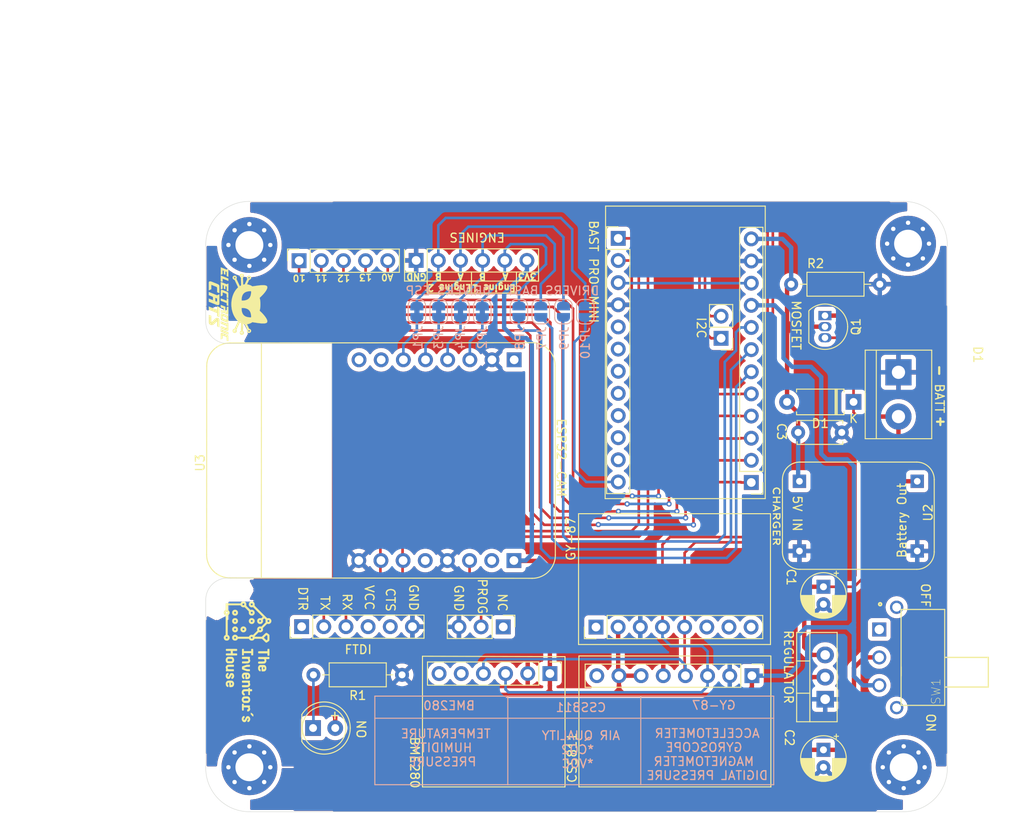
<source format=kicad_pcb>
(kicad_pcb (version 20221018) (generator pcbnew)
  (layers (0 "F.Cu" signal) (31 "B.Cu" signal) (34 "B.Paste" user) (35 "F.Paste" user) (36 "B.SilkS" user "B.Silkscreen") (37 "F.SilkS" user "F.Silkscreen") (38 "B.Mask" user) (39 "F.Mask" user) (44 "Edge.Cuts" user))
  (net 0 "")
  (net 1 "GND")
  (net 2 "+3V3")
  (net 3 "VCC")
  (net 4 "Net-(D2-Pad1)")
  (net 5 "/BATT")
  (net 6 "/SDA")
  (net 7 "/SCL")
  (net 8 "Net-(J3-Pad8)")
  (net 9 "/GPIO12")
  (net 10 "/GPIO4")
  (net 11 "/GPIO15")
  (net 12 "/GPIO14")
  (net 13 "/CTS")
  (net 14 "/RX")
  (net 15 "/TX")
  (net 16 "/DTR")
  (net 17 "/GPIO0")
  (net 18 "/GPIO13")
  (net 19 "/5V")
  (net 20 "/3.3V-5V")
  (net 21 "/DRDY")
  (net 22 "/INTA")
  (net 23 "/FSYNC")
  (net 24 "/VCC-IN")
  (net 25 "/9")
  (net 26 "/8")
  (net 27 "/7")
  (net 28 "/6")
  (net 29 "/5")
  (net 30 "/4")
  (net 31 "/3")
  (net 32 "/2")
  (net 33 "/RST")
  (net 34 "/A3")
  (net 35 "/A2")
  (net 36 "/A1")
  (net 37 "/A0")
  (net 38 "/13")
  (net 39 "/12")
  (net 40 "/11")
  (net 41 "/10")
  (net 42 "/GPIO14E")
  (net 43 "/GPIO12E")
  (net 44 "/GPIO15E")
  (net 45 "/GPIO13E")
  (net 46 "/SCLE")
  (net 47 "Net-(J2-Pad6)")
  (net 48 "Net-(J2-Pad5)")
  (net 49 "/GPIO2")
  (net 50 "Net-(J6-Pad1)")
  (net 51 "Net-(C2-Pad1)")
  (net 52 "Net-(SW1-Pad1)")
  (net 53 "Net-(J7-Pad4)")
  (net 54 "Net-(C1-Pad1)")
  (footprint "MountingHole:MountingHole_3.2mm_M3_Pad_Via" (layer "F.Cu") (at 105 65.1)
    (fp_text reference "REF**")
    (fp_text value "MountingHole_3.2mm_M3_Pad_Via")
  )
  (footprint "LED_THT:LED_D5.0mm" (layer "F.Cu") (at 112.3 120.5)
    (fp_text reference "D2")
    (fp_text value "ON")
  )
  (footprint "Connector_PinHeader_2.54mm:PinHeader_1x08_P2.54mm_Vertical" (layer "F.Cu") (at 144.73 108.92 90)
    (fp_text reference "J5")
    (fp_text value "GY-87")
  )
  (footprint "Connector_PinHeader_2.54mm:PinHeader_1x08_P2.54mm_Vertical" (layer "F.Cu") (at 162.6 114.5 -90)
    (fp_text reference "J3")
    (fp_text value "CSS811")
  )
  (footprint "Package_TO_SOT_THT:TO-220-3_Vertical" (layer "F.Cu") (at 171 117.2 90)
    (fp_text reference "U1")
    (fp_text value "LD1117A33")
  )
  (footprint "Connector_PinHeader_2.54mm:PinHeader_1x06_P2.54mm_Vertical" (layer "F.Cu") (at 110.99 108.876 90)
    (fp_text reference "J7")
    (fp_text value "FTDI")
  )
  (footprint "MountingHole:MountingHole_3.2mm_M3_Pad_Via" (layer "F.Cu") (at 180 125)
    (fp_text reference "REF**")
    (fp_text value "MountingHole_3.2mm_M3_Pad_Via")
  )
  (footprint "MountingHole:MountingHole_3.2mm_M3_Pad_Via" (layer "F.Cu") (at 105 125)
    (fp_text reference "REF**")
    (fp_text value "MountingHole_3.2mm_M3_Pad_Via")
  )
  (footprint "MountingHole:MountingHole_3.2mm_M3_Pad_Via" (layer "F.Cu") (at 180.5 64.95)
    (fp_text reference "REF**")
    (fp_text value "MountingHole_3.2mm_M3_Pad_Via")
  )
  (footprint "Capacitor_THT:C_Disc_D5.0mm_W2.5mm_P5.00mm" (layer "F.Cu") (at 167.9 86.6)
    (fp_text reference "C3")
    (fp_text value "0.1uf")
  )
  (footprint "Capacitor_THT:CP_Radial_D5.0mm_P2.00mm" (layer "F.Cu") (at 170.8 123 -90)
    (fp_text reference "C2")
    (fp_text value "10uf")
  )
  (footprint "Capacitor_THT:CP_Radial_D5.0mm_P2.00mm" (layer "F.Cu") (at 170.8 104.3 -90)
    (fp_text reference "C1")
    (fp_text value "10uf")
  )
  (footprint "Connector_PinHeader_2.54mm:PinHeader_1x06_P2.54mm_Vertical" (layer "F.Cu") (at 139.445 114.254 -90)
    (fp_text reference "J2")
    (fp_text value "BME280")
  )
  (footprint "Connector_PinHeader_2.54mm:PinHeader_1x12_P2.54mm_Vertical" (layer "F.Cu") (at 162.53 92.34 180)
    (fp_text reference "J10")
    (fp_text value "Analog")
  )
  (footprint "Aesthetics:huntercat_135x74" (layer "F.Cu") (at 104.8 112.9 -90)
    (fp_text reference "G***" hide)
    (fp_text value "LOGO" hide)
  )
  (footprint "Batteries:charger_EC_3.3V_battery" (layer "F.Cu") (at 174.8 96.2 90)
    (fp_text reference "U2")
    (fp_text value "MCP732831CHARGER")
  )
  (footprint "Rf:ESP32-CAM" (layer "F.Cu") (at 124.8 89.8 90)
    (fp_text reference "U3")
    (fp_text value "ESP32-CAM")
  )
  (footprint "Resistor_THT:R_Axial_DIN0207_L6.3mm_D2.5mm_P10.16mm_Horizontal" (layer "F.Cu") (at 122.5 114.4 180)
    (fp_text reference "R1")
    (fp_text value "330")
  )
  (footprint "Connector_PinHeader_2.54mm:PinHeader_1x03_P2.54mm_Vertical" (layer "F.Cu") (at 134.1 108.9 -90)
    (fp_text reference "J6")
    (fp_text value "PROG")
  )
  (footprint "connectors:SW_1825116-1" (layer "F.Cu") (at 177.2 109.2 -90)
    (fp_text reference "SW1")
    (fp_text value "ON Battery")
  )
  (footprint "Connector_PinHeader_2.54mm:PinHeader_1x06_P2.54mm_Vertical" (layer "F.Cu") (at 124.115 66.872 90)
    (fp_text reference "J4")
    (fp_text value "DRIVERS")
  )
  (footprint "Aesthetics:electronic_cats_logo_8x6" (layer "F.Cu") (at 103.7 71.9 -90)
    (fp_text reference "G***" hide)
    (fp_text value "LOGO" hide)
  )
  (footprint "Connector_PinHeader_2.54mm:PinHeader_1x12_P2.54mm_Vertical" (layer "F.Cu") (at 147.28 64.34)
    (fp_text reference "J8")
    (fp_text value "Digital")
  )
  (footprint "Connector_PinSocket_2.54mm:PinSocket_1x05_P2.54mm_Vertical" (layer "F.Cu") (at 110.7 66.9 90)
    (fp_text reference "J11")
    (fp_text value "Bast Pin")
  )
  (footprint "Resistor_THT:R_Axial_DIN0207_L6.3mm_D2.5mm_P10.16mm_Horizontal" (layer "F.Cu") (at 167.1 69.6)
    (fp_text reference "R2")
    (fp_text value "47k")
  )
  (footprint "Connector_PinHeader_2.54mm:PinHeader_1x02_P2.54mm_Vertical" (layer "F.Cu") (at 159.07 75.8 180)
    (fp_text reference "J9")
    (fp_text value "i2c")
  )
  (footprint "TerminalBlock:TerminalBlock_bornier-2_P5.08mm" (layer "F.Cu") (at 179.4 79.7 -90)
    (fp_text reference "J1")
    (fp_text value "BATT")
  )
  (footprint "Diode_THT:D_A-405_P7.62mm_Horizontal" (layer "F.Cu") (at 174.25 83.1 180)
    (fp_text reference "D1")
    (fp_text value "SB260-E3/54")
  )
  (footprint "Package_TO_SOT_THT:TO-92_Inline" (layer "F.Cu") (at 170.975 73.2 -90)
    (fp_text reference "Q1")
    (fp_text value "Q_PMOS_DGS")
  )
  (footprint "Jumper:SolderJumper-2_P1.3mm_Bridged_RoundedPad1.0x1.5mm" (layer "B.Cu") (at 131.7 72.771 90)
    (fp_text reference "JP2")
    (fp_text value "Engine 1A")
  )
  (footprint "Jumper:SolderJumper-2_P1.3mm_Bridged_RoundedPad1.0x1.5mm" (layer "B.Cu") (at 126.7 72.756 90)
    (fp_text reference "JP3")
    (fp_text value "Engine 2A")
  )
  (footprint "Jumper:SolderJumper-2_P1.3mm_Bridged_RoundedPad1.0x1.5mm" (layer "B.Cu") (at 129.2 72.771 90)
    (fp_text reference "JP4")
    (fp_text value "Engine 1B")
  )
  (footprint "Jumper:SolderJumper-2_P1.3mm_Bridged_RoundedPad1.0x1.5mm" (layer "B.Cu") (at 124.2 72.756 90)
    (fp_text reference "JP1")
    (fp_text value "Engine 2B")
  )
  (footprint "Jumper:SolderJumper-2_P1.3mm_Open_RoundedPad1.0x1.5mm" (layer "B.Cu") (at 138.4 72.75 90)
    (fp_text reference "JP7")
    (fp_text value "Engine 1 A")
  )
  (footprint "Jumper:SolderJumper-2_P1.3mm_Open_RoundedPad1.0x1.5mm" (layer "B.Cu") (at 135.9 72.75 90)
    (fp_text reference "JP8")
    (fp_text value "Engine 1B")
  )
  (footprint "Jumper:SolderJumper-2_P1.3mm_Open_RoundedPad1.0x1.5mm" (layer "B.Cu") (at 141 72.75 90)
    (fp_text reference "JP9")
    (fp_text value "Engine 2A")
  )
  (footprint "Jumper:SolderJumper-2_P1.3mm_Open_RoundedPad1.0x1.5mm" (layer "B.Cu") (at 143.5 72.75 90)
    (fp_text reference "JP10")
    (fp_text value "Engine 2B")
  )
  (gr_line (start 165.1 116.84) (end 165.1 127) (stroke (width 0.12)) (layer "B.SilkS"))
  (gr_line (start 134.62 116.84) (end 134.62 127) (stroke (width 0.12)) (layer "B.SilkS"))
  (gr_line (start 165.1 127) (end 134.62 127) (stroke (width 0.12)) (layer "B.SilkS"))
  (gr_line (start 134.62 127) (end 119.38 127) (stroke (width 0.12)) (layer "B.SilkS"))
  (gr_line (start 149.86 116.84) (end 149.86 127) (stroke (width 0.12)) (layer "B.SilkS"))
  (gr_line (start 119.38 119.38) (end 165.1 119.38) (stroke (width 0.12)) (layer "B.SilkS"))
  (gr_line (start 119.38 116.84) (end 165.1 116.84) (stroke (width 0.12)) (layer "B.SilkS"))
  (gr_line (start 119.38 127) (end 119.38 116.84) (stroke (width 0.12)) (layer "B.SilkS"))
  (gr_line (start 141.181 127.254) (end 124.841 127.254) (stroke (width 0.12)) (layer "F.SilkS"))
  (gr_line (start 141.181 112.312) (end 141.181 127.254) (stroke (width 0.12)) (layer "F.SilkS"))
  (gr_line (start 124.841 127.254) (end 124.841 112.268) (stroke (width 0.12)) (layer "F.SilkS"))
  (gr_line (start 124.841 112.268) (end 141.181 112.312) (stroke (width 0.12)) (layer "F.SilkS"))
  (gr_line (start 142.763 112.23) (end 164.763 112.23) (stroke (width 0.12)) (layer "F.SilkS"))
  (gr_line (start 164.773 127.25) (end 164.773 112.25) (stroke (width 0.12)) (layer "F.SilkS"))
  (gr_line (start 142.773 112.25) (end 142.773 127.25) (stroke (width 0.12)) (layer "F.SilkS"))
  (gr_line (start 142.773 127.25) (end 164.773 127.25) (stroke (width 0.12)) (layer "F.SilkS"))
  (gr_line (start 145.78 94.19) (end 164.13 94.19) (stroke (width 0.12)) (layer "F.SilkS"))
  (gr_line (start 164.13 60.64) (end 145.83 60.64) (stroke (width 0.12)) (layer "F.SilkS"))
  (gr_line (start 164.13 94.19) (end 164.13 60.64) (stroke (width 0.12)) (layer "F.SilkS"))
  (gr_line (start 145.83 60.64) (end 145.78 94.19) (stroke (width 0.12)) (layer "F.SilkS"))
  (gr_line (start 142.73 95.92) (end 142.73 110.92) (stroke (width 0.12)) (layer "F.SilkS"))
  (gr_line (start 164.73 110.92) (end 142.73 110.92) (stroke (width 0.12)) (layer "F.SilkS"))
  (gr_line (start 164.73 110.92) (end 164.73 95.92) (stroke (width 0.12)) (layer "F.SilkS"))
  (gr_line (start 164.73 95.92) (end 142.73 95.92) (stroke (width 0.12)) (layer "F.SilkS"))
  (gr_line (start 130.4588 68.1988) (end 130.4588 69.418) (stroke (width 0.12)) (layer "F.SilkS"))
  (gr_line (start 125.3788 68.1988) (end 125.3788 69.418) (stroke (width 0.12)) (layer "F.SilkS"))
  (gr_line (start 122.79 68.2) (end 122.79 69.24) (stroke (width 0.12)) (layer "F.SilkS"))
  (gr_line (start 122.785 66.872) (end 122.78 65.61) (stroke (width 0.12)) (layer "F.SilkS"))
  (gr_line (start 138.145 68.202) (end 138.145 69.2434) (stroke (width 0.12)) (layer "F.SilkS"))
  (gr_line (start 138.145 69.2434) (end 122.79 69.24) (stroke (width 0.12)) (layer "F.SilkS"))
  (gr_line (start 135.615 68.208) (end 135.615 69.418) (stroke (width 0.12)) (layer "F.SilkS"))
  (gr_line (start 135.615 70.62) (end 125.3788 70.62) (stroke (width 0.12)) (layer "F.SilkS"))
  (gr_line (start 125.3788 70.62) (end 125.3788 69.3672) (stroke (width 0.12)) (layer "F.SilkS"))
  (gr_line (start 135.615 69.418) (end 135.615 70.62) (stroke (width 0.12)) (layer "F.SilkS"))
  (gr_line (start 130.4588 69.418) (end 130.45 70.61) (stroke (width 0.12)) (layer "F.SilkS"))
  (gr_line (start 105 60.1) (end 180 60.1) (stroke (width 0.05)) (layer "Edge.Cuts"))
  (gr_line (start 185 65.1) (end 185 125.1) (stroke (width 0.05)) (layer "Edge.Cuts"))
  (gr_line (start 100 125.05) (end 100 105.8) (stroke (width 0.05)) (layer "Edge.Cuts"))
  (gr_arc (start 180 60.1) (mid 183.535534 61.564466) (end 185 65.1) (stroke (width 0.05)) (layer "Edge.Cuts"))
  (gr_arc (start 100 65.1) (mid 101.464466 61.564466) (end 105 60.1) (stroke (width 0.05)) (layer "Edge.Cuts"))
  (gr_arc (start 185 125.1) (mid 183.535534 128.635534) (end 180 130.1) (stroke (width 0.05)) (layer "Edge.Cuts"))
  (gr_arc (start 105 130.10025) (mid 101.446656 128.617989) (end 100 125.05) (stroke (width 0.05)) (layer "Edge.Cuts"))
  (gr_line (start 114.45 76.4) (end 114.45 103.3) (stroke (width 0.05)) (layer "Edge.Cuts"))
  (gr_line (start 102.5 76.4) (end 114.45 76.4) (stroke (width 0.05)) (layer "Edge.Cuts"))
  (gr_line (start 100 73.9) (end 100 65.1) (stroke (width 0.05)) (layer "Edge.Cuts"))
  (gr_line (start 114.45 103.3) (end 102.5 103.3) (stroke (width 0.05)) (layer "Edge.Cuts"))
  (gr_line (start 180 130.1) (end 105 130.1) (stroke (width 0.05)) (layer "Edge.Cuts"))
  (gr_arc (start 102.5 76.4) (mid 100.732233 75.667767) (end 100 73.9) (stroke (width 0.05)) (layer "Edge.Cuts"))
  (gr_arc (start 100 105.8) (mid 100.732233 104.032233) (end 102.5 103.3) (stroke (width 0.05)) (layer "Edge.Cuts"))
  (gr_text "DRIVERS ESP\n" (at 127.8 70.358) (layer "B.SilkS") (effects (font (size 1 1)) (justify mirror)))
  (gr_text "BME280 \n\nTEMPERATURE\n HUMIDITY\n PRESSURE" (at 127.508 121.158) (layer "B.SilkS") (effects (font (size 1 1)) (justify mirror)))
  (gr_text "GY-87  \n\nACCELETOMETER\n GYROSCOPE\n MAGNETOMETER\n DIGITAL PRESSURE " (at 157.48 121.92) (layer "B.SilkS") (effects (font (size 1 1)) (justify mirror)))
  (gr_text "DRIVERS BAST" (at 139.827 70.358) (layer "B.SilkS") (effects (font (size 1 1)) (justify mirror)))
  (gr_text "CSS811\n\nAIR QUALITY\n *CO2\n *VOC\n   " (at 143.002 122.174) (layer "B.SilkS") (effects (font (size 1 1)) (justify mirror)))
  (gr_text "C1\n" (at 167.1 103.2 270) (layer "F.SilkS") (effects (font (size 1 1))))
  (gr_text "BAST PRO-MINI" (at 144.45 68.16 270) (layer "F.SilkS") (effects (font (size 1 1))))
  (gr_text "A" (at 134.34 68.7 180) (layer "F.SilkS") (effects (font (size 0.75 0.75) (thickness 0.18))))
  (gr_text "B" (at 126.67 68.72 180) (layer "F.SilkS") (effects (font (size 0.75 0.75) (thickness 0.18))))
  (gr_text "B" (at 131.72 68.73 180) (layer "F.SilkS") (effects (font (size 0.75 0.75) (thickness 0.18))))
  (gr_text "GND" (at 124.16 68.72 180) (layer "F.SilkS") (effects (font (size 0.75 0.75) (thickness 0.18))))
  (gr_text "A" (at 129.21 68.72 180) (layer "F.SilkS") (effects (font (size 0.75 0.75) (thickness 0.18))))
  (gr_text "3V3" (at 136.83 68.72 180) (layer "F.SilkS") (effects (font (size 0.75 0.75) (thickness 0.1875))))
  (gr_text "BATT\n" (at 184.1 82.7 270) (layer "F.SilkS") (effects (font (size 1 1))))
  (gr_text "MOSFET" (at 167.675 74.3 270) (layer "F.SilkS") (effects (font (size 1 1))))
  (gr_text "ON" (at 183.1 119.9 270) (layer "F.SilkS") (effects (font (size 1 1))))
  (gr_text "D1\n" (at 188.5 77.675 270) (layer "F.SilkS") (effects (font (size 1 1))))
  (gr_text "10" (at 110.7 68.9 180) (layer "F.SilkS") (effects (font (size 0.75 0.75))))
  (gr_text "11" (at 113.2 68.9 180) (layer "F.SilkS") (effects (font (size 0.75 0.75))))
  (gr_text "C3\n" (at 166 86.5 270) (layer "F.SilkS") (effects (font (size 1 1))))
  (gr_text "VCC" (at 118.745 105.537 270) (layer "F.SilkS") (effects (font (size 1 1))))
  (gr_text "TX" (at 113.665 106.172 270) (layer "F.SilkS") (effects (font (size 1 1))))
  (gr_text "GND" (at 129 105.6 270) (layer "F.SilkS") (effects (font (size 1 1))))
  (gr_text "CTS" (at 121.158 105.791 270) (layer "F.SilkS") (effects (font (size 1 1))))
  (gr_text "5V IN" (at 167.8 95.9 270) (layer "F.SilkS") (effects (font (size 1 1))))
  (gr_text "PROG" (at 131.7 105.4 270) (layer "F.SilkS") (effects (font (size 1 1))))
  (gr_text "GND" (at 123.825 105.537 270) (layer "F.SilkS") (effects (font (size 1 1))))
  (gr_text "OFF" (at 182.5 105.3 270) (layer "F.SilkS") (effects (font (size 1 1))))
  (gr_text "ESP32-CAM" (at 140.75 89.5 270) (layer "F.SilkS") (effects (font (size 1 1))))
  (gr_text "REGULATOR" (at 166.8 113.5 270) (layer "F.SilkS") (effects (font (size 1 1))))
  (gr_text "12" (at 115.8 68.9 180) (layer "F.SilkS") (effects (font (size 0.75 0.75))))
  (gr_text "A0" (at 120.8 68.8 180) (layer "F.SilkS") (effects (font (size 0.75 0.75))))
  (gr_text "ENGINES" (at 131.1 64.205 180) (layer "F.SilkS") (effects (font (size 1 1))))
  (gr_text "Engine 1" (at 133 70.02 180) (layer "F.SilkS") (effects (font (size 0.75 0.75) (thickness 0.18))))
  (gr_text "13" (at 118.3 68.8 180) (layer "F.SilkS") (effects (font (size 0.75 0.75))))
  (gr_text "-" (at 184 79.5 90) (layer "F.SilkS") (effects (font (size 1 1) (thickness 0.25))))
  (gr_text "BME280" (at 123.952 124.46 270) (layer "F.SilkS") (effects (font (size 1 1))))
  (gr_text "I2C" (at 156.8 74.6 270) (layer "F.SilkS") (effects (font (size 1 1))))
  (gr_text "DTR" (at 111.125 105.664 270) (layer "F.SilkS") (effects (font (size 1 1))))
  (gr_text "CHARGER" (at 165.4 96.2 270) (layer "F.SilkS") (effects (font (size 0.75 1))))
  (gr_text "RX" (at 116.205 106.045 270) (layer "F.SilkS") (effects (font (size 1 1))))
  (gr_text "NC" (at 134 106.1 270) (layer "F.SilkS") (effects (font (size 1 1))))
  (gr_text "Engine 2" (at 127.93 70 180) (layer "F.SilkS") (effects (font (size 0.75 0.75) (thickness 0.18))))
  (gr_text "C2\n" (at 166.9 121.6 270) (layer "F.SilkS") (effects (font (size 1 1))))
  (gr_text "+" (at 114.8 119) (layer "F.SilkS") (effects (font (size 1 1))))
  (gr_text "+" (at 184.2 85.3) (layer "F.SilkS") (effects (font (size 1 1) (thickness 0.25))))
  (gr_text "Battery Out" (at 179.8 96.7 90) (layer "F.SilkS") (effects (font (size 1 1))))
  (segment (start 139.445 116.345) (end 139.545 116.345) (width 0.5) (layer "F.Cu") (net 2))
  (segment (start 141.8 116.7) (end 146.7 116.7) (width 0.5) (layer "F.Cu") (net 2))
  (segment (start 147.27 114.41) (end 147.36 114.5) (width 0.5) (layer "F.Cu") (net 2))
  (segment (start 147.36 115.702081) (end 147.4 115.742081) (width 0.5) (layer "F.Cu") (net 2))
  (segment (start 147.4 116) (end 147.4 116.1) (width 0.5) (layer "F.Cu") (net 2))
  (segment (start 147.36 114.5) (end 149.9 114.5) (width 0.5) (layer "F.Cu") (net 2))
  (segment (start 114.84 119.227208) (end 114.8 119.187208) (width 0.5) (layer "F.Cu") (net 2))
  (segment (start 139.9 116.7) (end 138.9 116.7) (width 0.5) (layer "F.Cu") (net 2))
  (segment (start 137.908 101.332) (end 135.258 101.332) (width 0.5) (layer "F.Cu") (net 2))
  (segment (start 114.84 120.5) (end 114.84 119.227208) (width 0.5) (layer "F.Cu") (net 2))
  (segment (start 138.9 116.7) (end 138.4 116.7) (width 0.5) (layer "F.Cu") (net 2))
  (segment (start 147.4 116.1) (end 148 116.7) (width 0.5) (layer "F.Cu") (net 2))
  (segment (start 147.27 108.92) (end 147.27 114.41) (width 0.5) (layer "F.Cu") (net 2))
  (segment (start 139.445 114.254) (end 139.445 115.604) (width 0.5) (layer "F.Cu") (net 2))
  (segment (start 148 116.7) (end 161.75 116.7) (width 0.5) (layer "F.Cu") (net 2))
  (segment (start 138.4 116.7) (end 115.4 116.7) (width 0.5) (layer "F.Cu") (net 2))
  (segment (start 115.4 116.7) (end 114.8 117.3) (width 0.5) (layer "F.Cu") (net 2))
  (segment (start 139.445 115.604) (end 139.445 115.655) (width 0.5) (layer "F.Cu") (net 2))
  (segment (start 139.445 114.254) (end 139.445 102.869) (width 0.5) (layer "F.Cu") (net 2))
  (segment (start 147.36 116.04) (end 146.7 116.7) (width 0.5) (layer "F.Cu") (net 2))
  (segment (start 139.445 102.869) (end 137.908 101.332) (width 0.5) (layer "F.Cu") (net 2))
  (segment (start 146.7 116.7) (end 147.4 116.7) (width 0.5) (layer "F.Cu") (net 2))
  (segment (start 139.255 116.345) (end 138.9 116.7) (width 0.5) (layer "F.Cu") (net 2))
  (segment (start 147.36 114.5) (end 147.36 115.702081) (width 0.5) (layer "F.Cu") (net 2))
  (segment (start 162.6 115.85) (end 162.6 114.5) (width 0.5) (layer "F.Cu") (net 2))
  (segment (start 147.4 115.742081) (end 147.4 116) (width 0.5) (layer "F.Cu") (net 2))
  (segment (start 139.445 115.604) (end 139.445 116.345) (width 0.5) (layer "F.Cu") (net 2))
  (segment (start 161.75 116.7) (end 162.6 115.85) (width 0.5) (layer "F.Cu") (net 2))
  (segment (start 147.36 115.702081) (end 147.36 116.04) (width 0.5) (layer "F.Cu") (net 2))
  (segment (start 139.545 116.345) (end 139.9 116.7) (width 0.5) (layer "F.Cu") (net 2))
  (segment (start 147.4 116) (end 147.4 116.7) (width 0.5) (layer "F.Cu") (net 2))
  (segment (start 140.541 116.7) (end 141.3 116.7) (width 0.5) (layer "F.Cu") (net 2))
  (segment (start 141.3 116.7) (end 139.9 116.7) (width 0.5) (layer "F.Cu") (net 2))
  (segment (start 141.3 116.7) (end 141.8 116.7) (width 0.5) (layer "F.Cu") (net 2))
  (segment (start 114.8 119.187208) (end 114.8 117.3) (width 0.5) (layer "F.Cu") (net 2))
  (segment (start 139.445 116.345) (end 139.255 116.345) (width 0.5) (layer "F.Cu") (net 2))
  (segment (start 147.4 116.7) (end 148 116.7) (width 0.5) (layer "F.Cu") (net 2))
  (segment (start 137.3759 100.5841) (end 137.3759 96.3759) (width 0.5) (layer "B.Cu") (net 2))
  (segment (start 165.205 72.02) (end 162.53 72.02) (width 0.5) (layer "B.Cu") (net 2))
  (segment (start 173.55 108.95) (end 173.775 108.95) (width 0.5) (layer "B.Cu") (net 2))
  (segment (start 168.825 108.95) (end 173.55 108.95) (width 0.5) (layer "B.Cu") (net 2))
  (segment (start 174.3 108.425) (end 174.3 90.475) (width 0.5) (layer "B.Cu") (net 2))
  (segment (start 173.55 108.95) (end 174.3 108.95) (width 0.5) (layer "B.Cu") (net 2))
  (segment (start 135.32 101.29) (end 136.67 101.29) (width 0.5) (layer "B.Cu") (net 2))
  (segment (start 177.2 115.6) (end 175.325 115.6) (width 0.5) (layer "B.Cu") (net 2))
  (segment (start 136.67 101.29) (end 137.3759 100.5841) (width 0.5) (layer "B.Cu") (net 2))
  (segment (start 167.925 111.125) (end 167.925 109.85) (width 0.5) (layer "B.Cu") (net 2))
  (segment (start 136.815 66.872) (end 136.815 68.074081) (width 0.5) (layer "B.Cu") (net 2))
  (segment (start 173.775 108.95) (end 174.3 108.425) (width 0.5) (layer "B.Cu") (net 2))
  (segment (start 175.325 115.6) (end 174.3 114.575) (width 0.5) (layer "B.Cu") (net 2))
  (segment (start 174.3 90.475) (end 173.5 89.675) (width 0.5) (layer "B.Cu") (net 2))
  (segment (start 174.3 114.575) (end 174.3 111.325) (width 0.5) (layer "B.Cu") (net 2))
  (segment (start 135.3809 75.7809) (end 135.4809 75.7809) (width 0.5) (layer "B.Cu") (net 2))
  (segment (start 137.3759 76.4159) (end 136.7409 75.7809) (width 0.5) (layer "B.Cu") (net 2))
  (segment (start 167.925 109.85) (end 168.825 108.95) (width 0.5) (layer "B.Cu") (net 2))
  (segment (start 136.815 68.074081) (end 134.2 70.689081) (width 0.5) (layer "B.Cu") (net 2))
  (segment (start 163.23001 71.730047) (end 163.024981 71.525018) (width 0.3) (layer "B.Cu") (net 2))
  (segment (start 137.3759 96.3759) (end 137.3759 76.4159) (width 0.5) (layer "B.Cu") (net 2))
  (segment (start 169.375 79.075) (end 167.225 79.075) (width 0.5) (layer "B.Cu") (net 2))
  (segment (start 136.7409 75.7809) (end 135.4809 75.7809) (width 0.5) (layer "B.Cu") (net 2))
  (segment (start 173.55 108.95) (end 174.3 109.7) (width 0.5) (layer "B.Cu") (net 2))
  (segment (start 174.3 111.325) (end 174.3 108.95) (width 0.5) (layer "B.Cu") (net 2))
  (segment (start 170.55 89.05) (end 170.55 80.25) (width 0.5) (layer "B.Cu") (net 2))
  (segment (start 134.2 74.6) (end 135.3809 75.7809) (width 0.5) (layer "B.Cu") (net 2))
  (segment (start 174.3 108.95) (end 174.3 108.425) (width 0.5) (layer "B.Cu") (net 2))
  (segment (start 166.225 73.04) (end 165.205 72.02) (width 0.5) (layer "B.Cu") (net 2))
  (segment (start 162.6 114.5) (end 166.725 114.5) (width 0.5) (layer "B.Cu") (net 2))
  (segment (start 167.225 79.075) (end 166.225 78.075) (width 0.5) (layer "B.Cu") (net 2))
  (segment (start 170.55 80.25) (end 169.375 79.075) (width 0.5) (layer "B.Cu") (net 2))
  (segment (start 166.225 78.075) (end 166.225 73.04) (width 0.5) (layer "B.Cu") (net 2))
  (segment (start 171.175 89.675) (end 170.55 89.05) (width 0.5) (layer "B.Cu") (net 2))
  (segment (start 174.3 111.325) (end 174.3 109.7) (width 0.5) (layer "B.Cu") (net 2))
  (segment (start 167.925 113.3) (end 167.925 111.125) (width 0.5) (layer "B.Cu") (net 2))
  (segment (start 173.5 89.675) (end 171.175 89.675) (width 0.5) (layer "B.Cu") (net 2))
  (segment (start 134.2 70.9) (end 134.2 74.6) (width 0.5) (layer "B.Cu") (net 2))
  (segment (start 134.2 70.689081) (end 134.2 70.9) (width 0.5) (layer "B.Cu") (net 2))
  (segment (start 166.725 114.5) (end 167.925 113.3) (width 0.5) (layer "B.Cu") (net 2))
  (segment (start 166.64 74.47) (end 166.63 74.48) (width 0.5) (layer "F.Cu") (net 3))
  (segment (start 166.63 83.1) (end 166.63 75.28) (width 0.5) (layer "F.Cu") (net 3))
  (segment (start 167.295 74.47) (end 166.64 74.47) (width 0.5) (layer "F.Cu") (net 3))
  (segment (start 166.63 75.28) (end 166.63 75.135) (width 0.5) (layer "F.Cu") (net 3))
  (segment (start 166.63 70.07) (end 167.1 69.6) (width 0.5) (layer "F.Cu") (net 3))
  (segment (start 167.9 84.37) (end 166.63 83.1) (width 0.5) (layer "F.Cu") (net 3))
  (segment (start 167.295 74.47) (end 167.18 74.47) (width 0.5) (layer "F.Cu") (net 3))
  (segment (start 166.63 75.135) (end 167.295 74.47) (width 0.5) (layer "F.Cu") (net 3))
  (segment (start 167.9 86.6) (end 167.9 84.37) (width 0.5) (layer "F.Cu") (net 3))
  (segment (start 166.63 73.92) (end 166.63 70.07) (width 0.5) (layer "F.Cu") (net 3))
  (segment (start 170.975 74.47) (end 167.295 74.47) (width 0.5) (layer "F.Cu") (net 3))
  (segment (start 166.63 74.48) (end 166.63 73.92) (width 0.5) (layer "F.Cu") (net 3))
  (segment (start 166.63 75.28) (end 166.63 74.48) (width 0.5) (layer "F.Cu") (net 3))
  (segment (start 167.18 74.47) (end 166.63 73.92) (width 0.5) (layer "F.Cu") (net 3))
  (segment (start 167.9 92.05) (end 168.05 92.2) (width 0.5) (layer "B.Cu") (net 3))
  (segment (start 162.53 64.4) (end 166.1 64.4) (width 0.5) (layer "B.Cu") (net 3))
  (segment (start 167.9 86.6) (end 167.9 92.05) (width 0.5) (layer "B.Cu") (net 3))
  (segment (start 167.1 65.4) (end 167.1 69.6) (width 0.5) (layer "B.Cu") (net 3))
  (segment (start 166.1 64.4) (end 167.1 65.4) (width 0.5) (layer "B.Cu") (net 3))
  (segment (start 112.34 120.46) (end 112.3 120.5) (width 0.3) (layer "B.Cu") (net 4))
  (segment (start 112.34 114.4) (end 112.34 120.46) (width 0.3) (layer "B.Cu") (net 4))
  (segment (start 176.475 73.675) (end 176 73.2) (width 0.5) (layer "F.Cu") (net 5))
  (segment (start 179.4 84.78) (end 177.27868 84.78) (width 0.5) (layer "F.Cu") (net 5))
  (segment (start 177.27868 84.78) (end 176.475 83.97632) (width 0.5) (layer "F.Cu") (net 5))
  (segment (start 179.4 91.525) (end 180.075 92.2) (width 0.5) (layer "F.Cu") (net 5))
  (segment (start 180.075 92.2) (end 181.55 92.2) (width 0.5) (layer "F.Cu") (net 5))
  (segment (start 176 73.2) (end 170.975 73.2) (width 0.5) (layer "F.Cu") (net 5))
  (segment (start 176.475 83.97632) (end 176.475 73.675) (width 0.5) (layer "F.Cu") (net 5))
  (segment (start 179.4 84.78) (end 179.4 91.525) (width 0.5) (layer "F.Cu") (net 5))
  (segment (start 164 62.1) (end 163.554542 62.1) (width 0.3) (layer "F.Cu") (net 6))
  (segment (start 157.92 75.8) (end 159.07 75.8) (width 0.3) (layer "F.Cu") (net 6))
  (segment (start 154.89 114.41) (end 154.98 114.5) (width 0.3) (layer "F.Cu") (net 6))
  (segment (start 154.89 108.92) (end 154.89 114.41) (width 0.3) (layer "F.Cu") (net 6))
  (segment (start 163.551542 62.103) (end 157.607 62.103) (width 0.3) (layer "F.Cu") (net 6))
  (segment (start 163.89999 99.20001) (end 165 98.1) (width 0.3) (layer "F.Cu") (net 6))
  (segment (start 165 98.1) (end 165 63.1) (width 0.3) (layer "F.Cu") (net 6))
  (segment (start 165 63.1) (end 164 62.1) (width 0.3) (layer "F.Cu") (net 6))
  (segment (start 154.89 108.92) (end 154.89 100.41) (width 0.3) (layer "F.Cu") (net 6))
  (segment (start 163.554542 62.1) (end 163.551542 62.103) (width 0.3) (layer "F.Cu") (net 6))
  (segment (start 156.591 74.471) (end 157.92 75.8) (width 0.3) (layer "F.Cu") (net 6))
  (segment (start 156.09999 99.20001) (end 163.89999 99.20001) (width 0.3) (layer "F.Cu") (net 6))
  (segment (start 156.591 63.119) (end 156.591 74.471) (width 0.3) (layer "F.Cu") (net 6))
  (segment (start 157.607 62.103) (end 156.591 63.119) (width 0.3) (layer "F.Cu") (net 6))
  (segment (start 154.89 100.41) (end 156.09999 99.20001) (width 0.3) (layer "F.Cu") (net 6))
  (segment (start 154.282081 112.6) (end 132.2 112.6) (width 0.3) (layer "B.Cu") (net 6))
  (segment (start 131.825 112.975) (end 131.825 114.254) (width 0.3) (layer "B.Cu") (net 6))
  (segment (start 154.98 113.297919) (end 154.282081 112.6) (width 0.3) (layer "B.Cu") (net 6))
  (segment (start 132.2 112.6) (end 131.825 112.975) (width 0.3) (layer "B.Cu") (net 6))
  (segment (start 154.98 114.5) (end 154.98 113.297919) (width 0.3) (layer "B.Cu") (net 6))
  (segment (start 157.226 63.5) (end 157.226 72.618081) (width 0.3) (layer "F.Cu") (net 7))
  (segment (start 153.2 98.6) (end 163.651458 98.6) (width 0.3) (layer "F.Cu") (net 7))
  (segment (start 157.226 72.618081) (end 157.867919 73.26) (width 0.3) (layer "F.Cu") (net 7))
  (segment (start 164.39999 97.851468) (end 164.39999 63.67599) (width 0.3) (layer "F.Cu") (net 7))
  (segment (start 163.651458 98.6) (end 164.39999 97.851468) (width 0.3) (layer "F.Cu") (net 7))
  (segment (start 157.988 62.738) (end 157.226 63.5) (width 0.3) (layer "F.Cu") (net 7))
  (segment (start 152.35 108.92) (end 152.35 99.45) (width 0.3) (layer "F.Cu") (net 7))
  (segment (start 152.35 99.45) (end 153.2 98.6) (width 0.3) (layer "F.Cu") (net 7))
  (segment (start 157.867919 73.26) (end 159.07 73.26) (width 0.3) (layer "F.Cu") (net 7))
  (segment (start 164.39999 63.67599) (end 163.462 62.738) (width 0.3) (layer "F.Cu") (net 7))
  (segment (start 163.462 62.738) (end 157.988 62.738) (width 0.3) (layer "F.Cu") (net 7))
  (segment (start 157.52 115.702081) (end 156.822081 116.4) (width 0.3) (layer "B.Cu") (net 7))
  (segment (start 156.822081 116.4) (end 134.7 116.4) (width 0.3) (layer "B.Cu") (net 7))
  (segment (start 134.365 116.065) (end 134.365 114.254) (width 0.3) (layer "B.Cu") (net 7))
  (segment (start 134.7 116.4) (end 134.365 116.065) (width 0.3) (layer "B.Cu") (net 7))
  (segment (start 153.327919 111.1) (end 156.9 111.1) (width 0.3) (layer "B.Cu") (net 7))
  (segment (start 156.9 111.1) (end 157.52 111.72) (width 0.3) (layer "B.Cu") (net 7))
  (segment (start 152.35 110.122081) (end 153.327919 111.1) (width 0.3) (layer "B.Cu") (net 7))
  (segment (start 152.35 108.92) (end 152.35 110.122081) (width 0.3) (layer "B.Cu") (net 7))
  (segment (start 157.52 114.5) (end 157.52 115.702081) (width 0.3) (layer "B.Cu") (net 7))
  (segment (start 157.52 111.72) (end 157.52 114.5) (width 0.3) (layer "B.Cu") (net 7))
  (segment (start 135.9 70.4) (end 139 67.3) (width 0.3) (layer "B.Cu") (net 9))
  (segment (start 134.275 65.675) (end 134.275 66.872) (width 0.3) (layer "B.Cu") (net 9))
  (segment (start 139 65.4) (end 138.6 65) (width 0.3) (layer "B.Cu") (net 9))
  (segment (start 139 67.3) (end 139 65.4) (width 0.3) (layer "B.Cu") (net 9))
  (segment (start 135.9 72.1) (end 135.9 70.4) (width 0.3) (layer "B.Cu") (net 9))
  (segment (start 131.7 72.121) (end 131.7 71.35) (width 0.3) (layer "B.Cu") (net 9))
  (segment (start 131.7 71.35) (end 134.275 68.775) (width 0.3) (layer "B.Cu") (net 9))
  (segment (start 134.275 68.775) (end 134.275 66.872) (width 0.3) (layer "B.Cu") (net 9))
  (segment (start 138.6 65) (end 134.95 65) (width 0.3) (layer "B.Cu") (net 9))
  (segment (start 134.95 65) (end 134.275 65.675) (width 0.3) (layer "B.Cu") (net 9))
  (segment (start 129.195 63.905) (end 129.195 66.872) (width 0.3) (layer "B.Cu") (net 11))
  (segment (start 126.7 72.106) (end 126.7 71.4) (width 0.3) (layer "B.Cu") (net 11))
  (segment (start 130.1 63) (end 129.195 63.905) (width 0.3) (layer "B.Cu") (net 11))
  (segment (start 141 72.1) (end 141 64.2) (width 0.3) (layer "B.Cu") (net 11))
  (segment (start 126.7 71.4) (end 129.195 68.905) (width 0.3) (layer "B.Cu") (net 11))
  (segment (start 139.8 63) (end 130.1 63) (width 0.3) (layer "B.Cu") (net 11))
  (segment (start 141 64.2) (end 139.8 63) (width 0.3) (layer "B.Cu") (net 11))
  (segment (start 129.195 68.905) (end 129.195 66.872) (width 0.3) (layer "B.Cu") (net 11))
  (segment (start 140.7 62) (end 127.5 62) (width 0.3) (layer "B.Cu") (net 12))
  (segment (start 142 68) (end 142 63.3) (width 0.3) (layer "B.Cu") (net 12))
  (segment (start 142 63.3) (end 140.7 62) (width 0.3) (layer "B.Cu") (net 12))
  (segment (start 143.5 72.1) (end 143.5 69.5) (width 0.3) (layer "B.Cu") (net 12))
  (segment (start 126.655 62.845) (end 126.655 66.872) (width 0.3) (layer "B.Cu") (net 12))
  (segment (start 126.655 68.945) (end 126.655 66.872) (width 0.3) (layer "B.Cu") (net 12))
  (segment (start 124.2 71.4) (end 126.655 68.945) (width 0.3) (layer "B.Cu") (net 12))
  (segment (start 124.2 72.106) (end 124.2 71.4) (width 0.3) (layer "B.Cu") (net 12))
  (segment (start 127.5 62) (end 126.655 62.845) (width 0.3) (layer "B.Cu") (net 12))
  (segment (start 143.5 69.5) (end 142 68) (width 0.3) (layer "B.Cu") (net 12))
  (segment (start 150.688 65.002) (end 150.026 64.34) (width 0.3) (layer "F.Cu") (net 14))
  (segment (start 150.688 97.52) (end 150.688 65.002) (width 0.3) (layer "F.Cu") (net 14))
  (segment (start 116.826 106.412) (end 121.508 106.412) (width 0.3) (layer "F.Cu") (net 14))
  (segment (start 122.558 99.342) (end 123.348 98.552) (width 0.3) (layer "F.Cu") (net 14))
  (segment (start 123.348 98.552) (end 149.656 98.552) (width 0.3) (layer "F.Cu") (net 14))
  (segment (start 121.508 106.412) (end 122.558 105.362) (width 0.3) (layer "F.Cu") (net 14))
  (segment (start 149.656 98.552) (end 150.688 97.52) (width 0.3) (layer "F.Cu") (net 14))
  (segment (start 116.07 108.876) (end 116.07 107.168) (width 0.3) (layer "F.Cu") (net 14))
  (segment (start 150.026 64.34) (end 147.28 64.34) (width 0.3) (layer "F.Cu") (net 14))
  (segment (start 122.558 105.362) (end 122.558 99.342) (width 0.3) (layer "F.Cu") (net 14))
  (segment (start 116.07 107.168) (end 116.826 106.412) (width 0.3) (layer "F.Cu") (net 14))
  (segment (start 118.986 105.342) (end 120.018 104.31) (width 0.3) (layer "F.Cu") (net 15))
  (segment (start 149.636 97.084) (end 148.803 97.917) (width 0.3) (layer "F.Cu") (net 15))
  (segment (start 113.53 108.876) (end 113.53 106.194) (width 0.3) (layer "F.Cu") (net 15))
  (segment (start 147.28 66.88) (end 148.776 66.88) (width 0.3) (layer "F.Cu") (net 15))
  (segment (start 149.636 67.74) (end 149.636 97.084) (width 0.3) (layer "F.Cu") (net 15))
  (segment (start 148.776 66.88) (end 149.636 67.74) (width 0.3) (layer "F.Cu") (net 15))
  (segment (start 120.018 99.311) (end 121.412 97.917) (width 0.3) (layer "F.Cu") (net 15))
  (segment (start 121.412 97.917) (end 148.803 97.917) (width 0.3) (layer "F.Cu") (net 15))
  (segment (start 120.018 101.332) (end 120.018 99.311) (width 0.3) (layer "F.Cu") (net 15))
  (segment (start 120.018 104.31) (end 120.018 101.332) (width 0.3) (layer "F.Cu") (net 15))
  (segment (start 113.53 106.194) (end 114.382 105.342) (width 0.3) (layer "F.Cu") (net 15))
  (segment (start 114.382 105.342) (end 118.986 105.342) (width 0.3) (layer "F.Cu") (net 15))
  (segment (start 131.56 105.96) (end 131.56 108.9) (width 0.3) (layer "F.Cu") (net 17))
  (segment (start 130.24 101.29) (end 130.24 104.64) (width 0.3) (layer "F.Cu") (net 17))
  (segment (start 131.56 105.96) (end 130.24 104.64) (width 0.3) (layer "F.Cu") (net 17))
  (segment (start 138.4 69.6) (end 140 68) (width 0.3) (layer "B.Cu") (net 18))
  (segment (start 132.4 64) (end 131.735 64.665) (width 0.3) (layer "B.Cu") (net 18))
  (segment (start 139 64) (end 132.4 64) (width 0.3) (layer "B.Cu") (net 18))
  (segment (start 140 65) (end 139 64) (width 0.3) (layer "B.Cu") (net 18))
  (segment (start 131.735 64.665) (end 131.735 66.872) (width 0.3) (layer "B.Cu") (net 18))
  (segment (start 131.735 68.765) (end 131.735 66.872) (width 0.3) (layer "B.Cu") (net 18))
  (segment (start 129.2 72.121) (end 129.2 71.3) (width 0.3) (layer "B.Cu") (net 18))
  (segment (start 129.2 71.3) (end 131.735 68.765) (width 0.3) (layer "B.Cu") (net 18))
  (segment (start 138.4 72.1) (end 138.4 69.6) (width 0.3) (layer "B.Cu") (net 18))
  (segment (start 140 68) (end 140 65) (width 0.3) (layer "B.Cu") (net 18))
  (segment (start 143.5 75) (end 142.24 76.26) (width 0.3) (layer "B.Cu") (net 25))
  (segment (start 142.24 90.904) (end 142.24 76.26) (width 0.3) (layer "B.Cu") (net 25))
  (segment (start 147.28 92.28) (end 143.616 92.28) (width 0.3) (layer "B.Cu") (net 25))
  (segment (start 143.5 73.4) (end 143.5 75) (width 0.3) (layer "B.Cu") (net 25))
  (segment (start 143.616 92.28) (end 142.24 90.904) (width 0.3) (layer "B.Cu") (net 25))
  (segment (start 147.34 69.48) (end 147.28 69.42) (width 0.3) (layer "B.Cu") (net 33))
  (segment (start 162.53 69.48) (end 147.34 69.48) (width 0.3) (layer "B.Cu") (net 33))
  (segment (start 141.6 99.1) (end 158.7 99.1) (width 0.3) (layer "B.Cu") (net 34))
  (segment (start 159.48798 78.51202) (end 160.782 77.218) (width 0.3) (layer "B.Cu") (net 34))
  (segment (start 158.7 99.1) (end 159.48798 98.31202) (width 0.3) (layer "B.Cu") (net 34))
  (segment (start 160.782 77.218) (end 160.782 75.105919) (width 0.3) (layer "B.Cu") (net 34))
  (segment (start 161.327919 74.56) (end 162.53 74.56) (width 0.3) (layer "B.Cu") (net 34))
  (segment (start 160.782 75.105919) (end 161.327919 74.56) (width 0.3) (layer "B.Cu") (net 34))
  (segment (start 140.97 98.47) (end 141.6 99.1) (width 0.3) (layer "B.Cu") (net 34))
  (segment (start 159.48798 98.31202) (end 159.48798 78.51202) (width 0.3) (layer "B.Cu") (net 34))
  (segment (start 140.97 73.406) (end 140.97 98.47) (width 0.3) (layer "B.Cu") (net 34))
  (segment (start 159.2 100) (end 140.9 100) (width 0.3) (layer "B.Cu") (net 35))
  (segment (start 162.53 77.1) (end 160.2 79.43) (width 0.3) (layer "B.Cu") (net 35))
  (segment (start 160.2 99) (end 159.2 100) (width 0.3) (layer "B.Cu") (net 35))
  (segment (start 160.2 79.43) (end 160.2 99) (width 0.3) (layer "B.Cu") (net 35))
  (segment (start 138.43 73.406) (end 139.7 74.676) (width 0.3) (layer "B.Cu") (net 35))
  (segment (start 139.7 74.676) (end 139.7 98.8) (width 0.3) (layer "B.Cu") (net 35))
  (segment (start 139.7 98.8) (end 140.9 100) (width 0.3) (layer "B.Cu") (net 35))
  (segment (start 136.3599 74.9173) (end 138.0236 74.9173) (width 0.3) (layer "B.Cu") (net 36))
  (segment (start 139.5 101) (end 159.7 101) (width 0.3) (layer "B.Cu") (net 36))
  (segment (start 138.0236 74.9173) (end 138.43 75.3237) (width 0.3) (layer "B.Cu") (net 36))
  (segment (start 159.7 101) (end 160.8 99.9) (width 0.3) (layer "B.Cu") (net 36))
  (segment (start 160.8 99.9) (end 160.8 81.37) (width 0.3) (layer "B.Cu") (net 36))
  (segment (start 160.8 81.37) (end 162.53 79.64) (width 0.3) (layer "B.Cu") (net 36))
  (segment (start 138.43 99.93) (end 139.5 101) (width 0.3) (layer "B.Cu") (net 36))
  (segment (start 138.43 75.3237) (end 138.43 99.93) (width 0.3) (layer "B.Cu") (net 36))
  (segment (start 135.89 74.4474) (end 136.3599 74.9173) (width 0.3) (layer "B.Cu") (net 36))
  (segment (start 135.89 73.406) (end 135.89 74.4474) (width 0.3) (layer "B.Cu") (net 36))
  (segment (start 161.327919 82.18) (end 161.307919 82.2) (width 0.3) (layer "F.Cu") (net 37))
  (segment (start 162.53 82.18) (end 161.327919 82.18) (width 0.3) (layer "F.Cu") (net 37))
  (segment (start 161.307919 82.2) (end 152.9 82.2) (width 0.3) (layer "F.Cu") (net 37))
  (segment (start 120.86 70.86) (end 121.4 71.4) (width 0.3) (layer "F.Cu") (net 37))
  (segment (start 151.9 83.2) (end 151.9 93.9) (width 0.3) (layer "F.Cu") (net 37))
  (segment (start 152.9 82.2) (end 151.9 83.2) (width 0.3) (layer "F.Cu") (net 37))
  (segment (start 141.1 71.4) (end 142.1 72.4) (width 0.3) (layer "F.Cu") (net 37))
  (segment (start 121.4 71.4) (end 141.1 71.4) (width 0.3) (layer "F.Cu") (net 37))
  (segment (start 120.86 66.9) (end 120.86 70.86) (width 0.3) (layer "F.Cu") (net 37))
  (segment (start 142.1 93.1) (end 142.9 93.9) (width 0.3) (layer "F.Cu") (net 37))
  (segment (start 142.1 72.4) (end 142.1 93.1) (width 0.3) (layer "F.Cu") (net 37))
  (segment (start 142.9 93.9) (end 148.886 93.9) (width 0.3) (layer "F.Cu") (net 37))
  (via (at 151.9 93.9) (size 0.6) (drill 0.3) (layers "F.Cu" "B.Cu") (net 37))
  (via (at 148.886 93.9) (size 0.6) (drill 0.3) (layers "F.Cu" "B.Cu") (net 37))
  (segment (start 151.9 93.9) (end 148.886 93.9) (width 0.3) (layer "B.Cu") (net 37))
  (segment (start 141.7 94.8) (end 141.2 94.3) (width 0.3) (layer "F.Cu") (net 38))
  (segment (start 140.9 73.3) (end 139.8 72.2) (width 0.3) (layer "F.Cu") (net 38))
  (segment (start 141.2 94.3) (end 140.9 94) (width 0.3) (layer "F.Cu") (net 38))
  (segment (start 118.32 70.58) (end 118.32 66.9) (width 0.3) (layer "F.Cu") (net 38))
  (segment (start 148.3 94.8) (end 141.7 94.8) (width 0.3) (layer "F.Cu") (net 38))
  (segment (start 153.1 85.5) (end 153.1 94.8) (width 0.3) (layer "F.Cu") (net 38))
  (segment (start 118.32 71.52) (end 118.32 70.58) (width 0.3) (layer "F.Cu") (net 38))
  (segment (start 139.8 72.2) (end 119 72.2) (width 0.3) (layer "F.Cu") (net 38))
  (segment (start 119 72.2) (end 118.32 71.52) (width 0.3) (layer "F.Cu") (net 38))
  (segment (start 161.307919 84.7) (end 153.9 84.7) (width 0.3) (layer "F.Cu") (net 38))
  (segment (start 153.9 84.7) (end 153.1 85.5) (width 0.3) (layer "F.Cu") (net 38))
  (segment (start 141.600009 94.700009) (end 141.2 94.3) (width 0.3) (layer "F.Cu") (net 38))
  (segment (start 162.53 84.72) (end 161.327919 84.72) (width 0.3) (layer "F.Cu") (net 38))
  (segment (start 140.9 94) (end 140.9 73.3) (width 0.3) (layer "F.Cu") (net 38))
  (segment (start 161.327919 84.72) (end 161.307919 84.7) (width 0.3) (layer "F.Cu") (net 38))
  (via (at 148.3 94.8) (size 0.6) (drill 0.3) (layers "F.Cu" "B.Cu") (net 38))
  (via (at 153.1 94.8) (size 0.6) (drill 0.3) (layers "F.Cu" "B.Cu") (net 38))
  (segment (start 153.1 94.8) (end 148.3 94.8) (width 0.3) (layer "B.Cu") (net 38))
  (segment (start 162.53 87.26) (end 161.327919 87.26) (width 0.3) (layer "F.Cu") (net 39))
  (segment (start 161.327919 87.26) (end 161.287919 87.3) (width 0.3) (layer "F.Cu") (net 39))
  (segment (start 115.78 72.68) (end 115.78 71.08) (width 0.3) (layer "F.Cu") (net 39))
  (segment (start 147.3 95.65) (end 140.55 95.65) (width 0.3) (layer "F.Cu") (net 39))
  (segment (start 154 92.5) (end 154 95.65) (width 0.3) (layer "F.Cu") (net 39))
  (segment (start 140.55 95.65) (end 139.5 94.6) (width 0.3) (layer "F.Cu") (net 39))
  (segment (start 116.2 73.1) (end 115.78 72.68) (width 0.3) (layer "F.Cu") (net 39))
  (segment (start 139.5 94.6) (end 139.5 74) (width 0.3) (layer "F.Cu") (net 39))
  (segment (start 161.287919 87.3) (end 154.7 87.3) (width 0.3) (layer "F.Cu") (net 39))
  (segment (start 154.7 87.3) (end 154 88) (width 0.3) (layer "F.Cu") (net 39))
  (segment (start 138.6 73.1) (end 116.2 73.1) (width 0.3) (layer "F.Cu") (net 39))
  (segment (start 115.78 71.08) (end 115.78 66.9) (width 0.3) (layer "F.Cu") (net 39))
  (segment (start 154 88) (end 154 92.5) (width 0.3) (layer "F.Cu") (net 39))
  (segment (start 139.5 74) (end 138.6 73.1) (width 0.3) (layer "F.Cu") (net 39))
  (via (at 154 95.65) (size 0.6) (drill 0.3) (layers "F.Cu" "B.Cu") (net 39))
  (via (at 147.3 95.65) (size 0.6) (drill 0.3) (layers "F.Cu" "B.Cu") (net 39))
  (segment (start 154 95.65) (end 147.3 95.65) (width 0.3) (layer "B.Cu") (net 39))
  (segment (start 113.24 71.26) (end 113.24 66.9) (width 0.3) (layer "F.Cu") (net 40))
  (segment (start 113.24 73.34) (end 113.24 71.26) (width 0.3) (layer "F.Cu") (net 40))
  (segment (start 137.4 74) (end 113.9 74) (width 0.3) (layer "F.Cu") (net 40))
  (segment (start 155.7 89.8) (end 155 90.5) (width 0.3) (layer "F.Cu") (net 40))
  (segment (start 113.9 74) (end 113.24 73.34) (width 0.3) (layer "F.Cu") (net 40))
  (segment (start 162.53 89.8) (end 155.7 89.8) (width 0.3) (layer "F.Cu") (net 40))
  (segment (start 146.2 96.4) (end 139.5 96.4) (width 0.3) (layer "F.Cu") (net 40))
  (segment (start 138.3 74.9) (end 137.4 74) (width 0.3) (layer "F.Cu") (net 40))
  (segment (start 139.5 96.4) (end 138.3 95.2) (width 0.3) (layer "F.Cu") (net 40))
  (segment (start 155 90.5) (end 155 96.4) (width 0.3) (layer "F.Cu") (net 40))
  (segment (start 138.3 95.2) (end 138.3 74.9) (width 0.3) (layer "F.Cu") (net 40))
  (via (at 146.2 96.4) (size 0.6) (drill 0.3) (layers "F.Cu" "B.Cu") (net 40))
  (via (at 155 96.4) (size 0.6) (drill 0.3) (layers "F.Cu" "B.Cu") (net 40))
  (segment (start 155 96.4) (end 146.2 96.4) (width 0.3) (layer "B.Cu") (net 40))
  (segment (start 155.9 93) (end 156.6 92.3) (width 0.3) (layer "F.Cu") (net 41))
  (segment (start 161.38 92.34) (end 161.34 92.3) (width 0.3) (layer "F.Cu") (net 41))
  (segment (start 137.2 95.6) (end 137.2 75.5) (width 0.3) (layer "F.Cu") (net 41))
  (segment (start 144.9 97.2) (end 138.8 97.2) (width 0.3) (layer "F.Cu") (net 41))
  (segment (start 161.34 92.3) (end 158.2 92.3) (width 0.3) (layer "F.Cu") (net 41))
  (segment (start 137.2 75.5) (end 136.6 74.9) (width 0.3) (layer "F.Cu") (net 41))
  (segment (start 138.8 97.2) (end 137.2 95.6) (width 0.3) (layer "F.Cu") (net 41))
  (segment (start 111.2 74.9) (end 110.7 74.4) (width 0.3) (layer "F.Cu") (net 41))
  (segment (start 110.7 74.4) (end 110.7 72.4) (width 0.3) (layer "F.Cu") (net 41))
  (segment (start 162.53 92.34) (end 161.38 92.34) (width 0.3) (layer "F.Cu") (net 41))
  (segment (start 156.6 92.3) (end 158.2 92.3) (width 0.3) (layer "F.Cu") (net 41))
  (segment (start 144.933 97.167) (end 144.9 97.2) (width 0.3) (layer "F.Cu") (net 41))
  (segment (start 110.7 72.4) (end 110.7 66.9) (width 0.3) (layer "F.Cu") (net 41))
  (segment (start 155.9 97.2) (end 155.9 93) (width 0.3) (layer "F.Cu") (net 41))
  (segment (start 136.6 74.9) (end 111.2 74.9) (width 0.3) (layer "F.Cu") (net 41))
  (segment (start 145 97.167) (end 144.933 97.167) (width 0.3) (layer "F.Cu") (net 41))
  (via (at 155.9 97.2) (size 0.6) (drill 0.3) (layers "F.Cu" "B.Cu") (net 41))
  (via (at 145 97.167) (size 0.6) (drill 0.3) (layers "F.Cu" "B.Cu") (net 41))
  (segment (start 145 97.167) (end 155.867 97.167) (width 0.3) (layer "B.Cu") (net 41))
  (segment (start 155.867 97.167) (end 155.9 97.2) (width 0.3) (layer "B.Cu") (net 41))
  (segment (start 122.65 76.55) (end 122.65 78.27) (width 0.3) (layer "B.Cu") (net 42))
  (segment (start 124.2 75) (end 122.65 76.55) (width 0.3) (layer "B.Cu") (net 42))
  (segment (start 124.2 73.406) (end 124.2 75) (width 0.3) (layer "B.Cu") (net 42))
  (segment (start 130.27 78.27) (end 130.27 76.17) (width 0.3) (layer "B.Cu") (net 43))
  (segment (start 131.7 74.74) (end 130.27 76.17) (width 0.3) (layer "B.Cu") (net 43))
  (segment (start 131.7 73.421) (end 131.7 74.74) (width 0.3) (layer "B.Cu") (net 43))
  (segment (start 126.7 73.406) (end 126.7 75.1) (width 0.3) (layer "B.Cu") (net 44))
  (segment (start 125.19 78.27) (end 125.19 76.61) (width 0.3) (layer "B.Cu") (net 44))
  (segment (start 125.19 76.61) (end 126.7 75.1) (width 0.3) (layer "B.Cu") (net 44))
  (segment (start 129.2 73.421) (end 129.2 75) (width 0.3) (layer "B.Cu") (net 45))
  (segment (start 127.73 76.47) (end 129.2 75) (width 0.3) (layer "B.Cu") (net 45))
  (segment (start 127.73 78.27) (end 127.73 76.47) (width 0.3) (layer "B.Cu") (net 45))
  (segment (start 174.3 113.6) (end 174.3 121.5) (width 0.5) (layer "F.Cu") (net 51))
  (segment (start 175.5 112.4) (end 174.3 113.6) (width 0.5) (layer "F.Cu") (net 51))
  (segment (start 168.8 115.36) (end 168.8 122.4) (width 0.5) (layer "F.Cu") (net 51))
  (segment (start 168.8 122.4) (end 169.4 123) (width 0.5) (layer "F.Cu") (net 51))
  (segment (start 174.3 121.5) (end 172.8 123) (width 0.5) (layer "F.Cu") (net 51))
  (segment (start 171 114.66) (end 169.5 114.66) (width 0.5) (layer "F.Cu") (net 51))
  (segment (start 169.4 123) (end 170.8 123) (width 0.5) (layer "F.Cu") (net 51))
  (segment (start 177.2 112.4) (end 175.5 112.4) (width 0.5) (layer "F.Cu") (net 51))
  (segment (start 169.5 114.66) (end 168.8 115.36) (width 0.5) (layer "F.Cu") (net 51))
  (segment (start 170.8 123) (end 172.8 123) (width 0.5) (layer "F.Cu") (net 51))
  (segment (start 168.6 111.22) (end 168.6 104.9) (width 0.5) (layer "F.Cu") (net 54))
  (segment (start 173.44 75.74) (end 170.975 75.74) (width 0.3) (layer "F.Cu") (net 54))
  (segment (start 171 112.12) (end 169.5 112.12) (width 0.5) (layer "F.Cu") (net 54))
  (segment (start 169.2 104.3) (end 170.8 104.3) (width 0.5) (layer "F.Cu") (net 54))
  (segment (start 174.325 104.3) (end 175.275 103.35) (width 0.3) (layer "F.Cu") (net 54))
  (segment (start 175.275 103.35) (end 175.275 85.325) (width 0.3) (layer "F.Cu") (net 54))
  (segment (start 174.25 76.55) (end 173.44 75.74) (width 0.3) (layer "F.Cu") (net 54))
  (segment (start 174.25 84.3) (end 174.25 83.1) (width 0.3) (layer "F.Cu") (net 54))
  (segment (start 171.50001 104.3) (end 174.325 104.3) (width 0.3) (layer "F.Cu") (net 54))
  (segment (start 168.6 104.9) (end 169.2 104.3) (width 0.5) (layer "F.Cu") (net 54))
  (segment (start 174.25 83.1) (end 174.25 76.55) (width 0.3) (layer "F.Cu") (net 54))
  (segment (start 169.5 112.12) (end 168.6 111.22) (width 0.5) (layer "F.Cu") (net 54))
  (segment (start 175.275 85.325) (end 174.25 84.3) (width 0.3) (layer "F.Cu") (net 54))
  (segment (start 171 76.02) (end 171.0475 76.02) (width 0.5) (layer "B.Cu") (net 54))
  (segment (start 171.0475 76.02) (end 171.0675 76) (width 0.5) (layer "B.Cu") (net 54))
  (zone (net 1) (net_name "GND") (layer "F.Cu") (connect_pads (clearance 0.508)) (min_thickness 0.254) (fill yes (thermal_gap 0.508) (thermal_bridge_width 0.508))
    (polygon (pts (xy 99.822 59.944) (xy 185.166 59.944) (xy 185.039 130.048) (xy 99.822 130.048) (xy 99.949 103.378) (xy 114.427 103.251) (xy 114.427 76.327) (xy 100.076 76.2)))
  )
  (zone (net 1) (net_name "GND") (layer "B.Cu") (connect_pads (clearance 0.508)) (min_thickness 0.254) (fill yes (thermal_gap 0.508) (thermal_bridge_width 0.508))
    (polygon (pts (xy 99.832204 59.962084) (xy 185.049204 59.962084) (xy 185.049204 130.066084) (xy 99.832204 130.066084) (xy 99.959204 103.396084) (xy 114.564204 103.396084) (xy 114.437204 76.345084) (xy 100.086204 76.218084)))
  )
)
</source>
